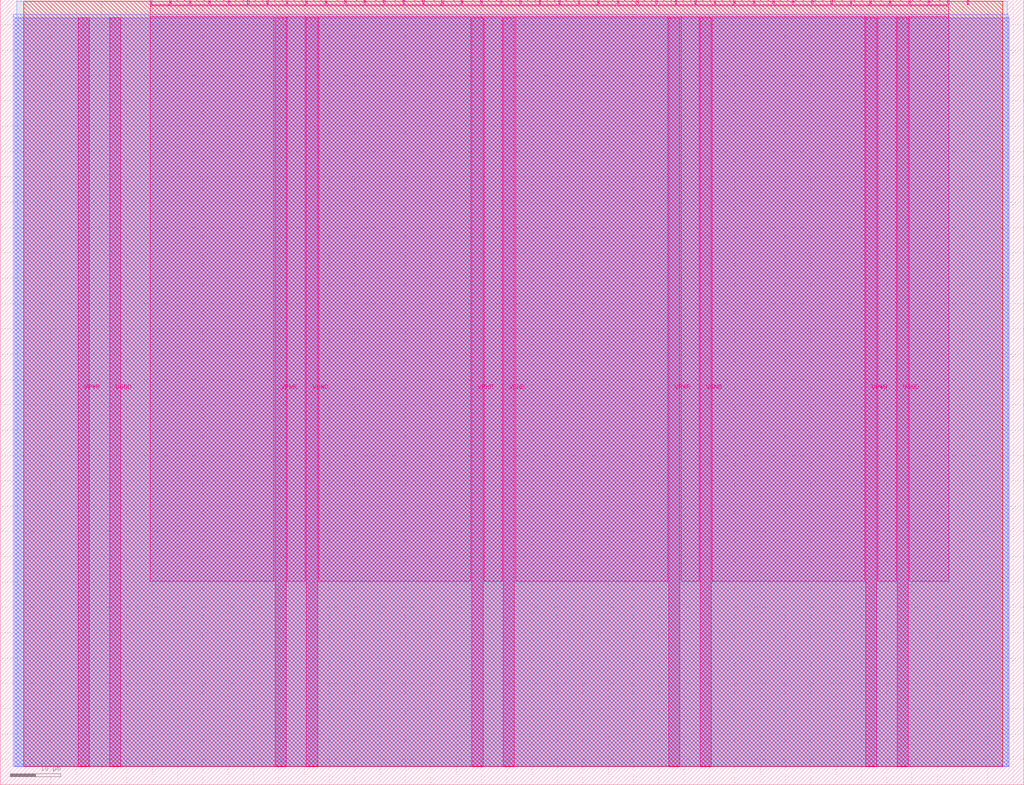
<source format=lef>
VERSION 5.7 ;
  NOWIREEXTENSIONATPIN ON ;
  DIVIDERCHAR "/" ;
  BUSBITCHARS "[]" ;
MACRO tt_um_rebeccargb_hardware_utf8
  CLASS BLOCK ;
  FOREIGN tt_um_rebeccargb_hardware_utf8 ;
  ORIGIN 0.000 0.000 ;
  SIZE 202.080 BY 154.980 ;
  PIN VGND
    DIRECTION INOUT ;
    USE GROUND ;
    PORT
      LAYER Metal5 ;
        RECT 21.580 3.560 23.780 151.420 ;
    END
    PORT
      LAYER Metal5 ;
        RECT 60.450 3.560 62.650 151.420 ;
    END
    PORT
      LAYER Metal5 ;
        RECT 99.320 3.560 101.520 151.420 ;
    END
    PORT
      LAYER Metal5 ;
        RECT 138.190 3.560 140.390 151.420 ;
    END
    PORT
      LAYER Metal5 ;
        RECT 177.060 3.560 179.260 151.420 ;
    END
  END VGND
  PIN VPWR
    DIRECTION INOUT ;
    USE POWER ;
    PORT
      LAYER Metal5 ;
        RECT 15.380 3.560 17.580 151.420 ;
    END
    PORT
      LAYER Metal5 ;
        RECT 54.250 3.560 56.450 151.420 ;
    END
    PORT
      LAYER Metal5 ;
        RECT 93.120 3.560 95.320 151.420 ;
    END
    PORT
      LAYER Metal5 ;
        RECT 131.990 3.560 134.190 151.420 ;
    END
    PORT
      LAYER Metal5 ;
        RECT 170.860 3.560 173.060 151.420 ;
    END
  END VPWR
  PIN clk
    DIRECTION INPUT ;
    USE SIGNAL ;
    ANTENNAGATEAREA 0.213200 ;
    PORT
      LAYER Metal5 ;
        RECT 187.050 153.980 187.350 154.980 ;
    END
  END clk
  PIN ena
    DIRECTION INPUT ;
    USE SIGNAL ;
    PORT
      LAYER Metal5 ;
        RECT 190.890 153.980 191.190 154.980 ;
    END
  END ena
  PIN rst_n
    DIRECTION INPUT ;
    USE SIGNAL ;
    ANTENNAGATEAREA 0.213200 ;
    PORT
      LAYER Metal5 ;
        RECT 183.210 153.980 183.510 154.980 ;
    END
  END rst_n
  PIN ui_in[0]
    DIRECTION INPUT ;
    USE SIGNAL ;
    ANTENNAGATEAREA 0.213200 ;
    PORT
      LAYER Metal5 ;
        RECT 179.370 153.980 179.670 154.980 ;
    END
  END ui_in[0]
  PIN ui_in[1]
    DIRECTION INPUT ;
    USE SIGNAL ;
    ANTENNAGATEAREA 0.213200 ;
    PORT
      LAYER Metal5 ;
        RECT 175.530 153.980 175.830 154.980 ;
    END
  END ui_in[1]
  PIN ui_in[2]
    DIRECTION INPUT ;
    USE SIGNAL ;
    ANTENNAGATEAREA 0.213200 ;
    PORT
      LAYER Metal5 ;
        RECT 171.690 153.980 171.990 154.980 ;
    END
  END ui_in[2]
  PIN ui_in[3]
    DIRECTION INPUT ;
    USE SIGNAL ;
    ANTENNAGATEAREA 0.213200 ;
    PORT
      LAYER Metal5 ;
        RECT 167.850 153.980 168.150 154.980 ;
    END
  END ui_in[3]
  PIN ui_in[4]
    DIRECTION INPUT ;
    USE SIGNAL ;
    ANTENNAGATEAREA 0.314600 ;
    PORT
      LAYER Metal5 ;
        RECT 164.010 153.980 164.310 154.980 ;
    END
  END ui_in[4]
  PIN ui_in[5]
    DIRECTION INPUT ;
    USE SIGNAL ;
    ANTENNAGATEAREA 0.314600 ;
    PORT
      LAYER Metal5 ;
        RECT 160.170 153.980 160.470 154.980 ;
    END
  END ui_in[5]
  PIN ui_in[6]
    DIRECTION INPUT ;
    USE SIGNAL ;
    ANTENNAGATEAREA 0.213200 ;
    PORT
      LAYER Metal5 ;
        RECT 156.330 153.980 156.630 154.980 ;
    END
  END ui_in[6]
  PIN ui_in[7]
    DIRECTION INPUT ;
    USE SIGNAL ;
    ANTENNAGATEAREA 0.213200 ;
    PORT
      LAYER Metal5 ;
        RECT 152.490 153.980 152.790 154.980 ;
    END
  END ui_in[7]
  PIN uio_in[0]
    DIRECTION INPUT ;
    USE SIGNAL ;
    ANTENNAGATEAREA 0.180700 ;
    PORT
      LAYER Metal5 ;
        RECT 148.650 153.980 148.950 154.980 ;
    END
  END uio_in[0]
  PIN uio_in[1]
    DIRECTION INPUT ;
    USE SIGNAL ;
    ANTENNAGATEAREA 0.180700 ;
    PORT
      LAYER Metal5 ;
        RECT 144.810 153.980 145.110 154.980 ;
    END
  END uio_in[1]
  PIN uio_in[2]
    DIRECTION INPUT ;
    USE SIGNAL ;
    ANTENNAGATEAREA 0.180700 ;
    PORT
      LAYER Metal5 ;
        RECT 140.970 153.980 141.270 154.980 ;
    END
  END uio_in[2]
  PIN uio_in[3]
    DIRECTION INPUT ;
    USE SIGNAL ;
    ANTENNAGATEAREA 0.180700 ;
    PORT
      LAYER Metal5 ;
        RECT 137.130 153.980 137.430 154.980 ;
    END
  END uio_in[3]
  PIN uio_in[4]
    DIRECTION INPUT ;
    USE SIGNAL ;
    ANTENNAGATEAREA 0.213200 ;
    PORT
      LAYER Metal5 ;
        RECT 133.290 153.980 133.590 154.980 ;
    END
  END uio_in[4]
  PIN uio_in[5]
    DIRECTION INPUT ;
    USE SIGNAL ;
    ANTENNAGATEAREA 0.180700 ;
    PORT
      LAYER Metal5 ;
        RECT 129.450 153.980 129.750 154.980 ;
    END
  END uio_in[5]
  PIN uio_in[6]
    DIRECTION INPUT ;
    USE SIGNAL ;
    ANTENNAGATEAREA 0.180700 ;
    PORT
      LAYER Metal5 ;
        RECT 125.610 153.980 125.910 154.980 ;
    END
  END uio_in[6]
  PIN uio_in[7]
    DIRECTION INPUT ;
    USE SIGNAL ;
    ANTENNAGATEAREA 0.213200 ;
    PORT
      LAYER Metal5 ;
        RECT 121.770 153.980 122.070 154.980 ;
    END
  END uio_in[7]
  PIN uio_oe[0]
    DIRECTION OUTPUT ;
    USE SIGNAL ;
    ANTENNADIFFAREA 0.654800 ;
    PORT
      LAYER Metal5 ;
        RECT 56.490 153.980 56.790 154.980 ;
    END
  END uio_oe[0]
  PIN uio_oe[1]
    DIRECTION OUTPUT ;
    USE SIGNAL ;
    ANTENNADIFFAREA 0.654800 ;
    PORT
      LAYER Metal5 ;
        RECT 52.650 153.980 52.950 154.980 ;
    END
  END uio_oe[1]
  PIN uio_oe[2]
    DIRECTION OUTPUT ;
    USE SIGNAL ;
    ANTENNADIFFAREA 0.654800 ;
    PORT
      LAYER Metal5 ;
        RECT 48.810 153.980 49.110 154.980 ;
    END
  END uio_oe[2]
  PIN uio_oe[3]
    DIRECTION OUTPUT ;
    USE SIGNAL ;
    ANTENNADIFFAREA 0.654800 ;
    PORT
      LAYER Metal5 ;
        RECT 44.970 153.980 45.270 154.980 ;
    END
  END uio_oe[3]
  PIN uio_oe[4]
    DIRECTION OUTPUT ;
    USE SIGNAL ;
    ANTENNADIFFAREA 0.654800 ;
    PORT
      LAYER Metal5 ;
        RECT 41.130 153.980 41.430 154.980 ;
    END
  END uio_oe[4]
  PIN uio_oe[5]
    DIRECTION OUTPUT ;
    USE SIGNAL ;
    ANTENNADIFFAREA 0.654800 ;
    PORT
      LAYER Metal5 ;
        RECT 37.290 153.980 37.590 154.980 ;
    END
  END uio_oe[5]
  PIN uio_oe[6]
    DIRECTION OUTPUT ;
    USE SIGNAL ;
    ANTENNADIFFAREA 0.654800 ;
    PORT
      LAYER Metal5 ;
        RECT 33.450 153.980 33.750 154.980 ;
    END
  END uio_oe[6]
  PIN uio_oe[7]
    DIRECTION OUTPUT ;
    USE SIGNAL ;
    ANTENNADIFFAREA 0.654800 ;
    PORT
      LAYER Metal5 ;
        RECT 29.610 153.980 29.910 154.980 ;
    END
  END uio_oe[7]
  PIN uio_out[0]
    DIRECTION OUTPUT ;
    USE SIGNAL ;
    ANTENNAGATEAREA 0.109200 ;
    ANTENNADIFFAREA 0.632400 ;
    PORT
      LAYER Metal5 ;
        RECT 87.210 153.980 87.510 154.980 ;
    END
  END uio_out[0]
  PIN uio_out[1]
    DIRECTION OUTPUT ;
    USE SIGNAL ;
    ANTENNAGATEAREA 0.109200 ;
    ANTENNADIFFAREA 0.632400 ;
    PORT
      LAYER Metal5 ;
        RECT 83.370 153.980 83.670 154.980 ;
    END
  END uio_out[1]
  PIN uio_out[2]
    DIRECTION OUTPUT ;
    USE SIGNAL ;
    ANTENNAGATEAREA 0.109200 ;
    ANTENNADIFFAREA 0.632400 ;
    PORT
      LAYER Metal5 ;
        RECT 79.530 153.980 79.830 154.980 ;
    END
  END uio_out[2]
  PIN uio_out[3]
    DIRECTION OUTPUT ;
    USE SIGNAL ;
    ANTENNAGATEAREA 0.109200 ;
    ANTENNADIFFAREA 0.632400 ;
    PORT
      LAYER Metal5 ;
        RECT 75.690 153.980 75.990 154.980 ;
    END
  END uio_out[3]
  PIN uio_out[4]
    DIRECTION OUTPUT ;
    USE SIGNAL ;
    ANTENNAGATEAREA 0.109200 ;
    ANTENNADIFFAREA 0.632400 ;
    PORT
      LAYER Metal5 ;
        RECT 71.850 153.980 72.150 154.980 ;
    END
  END uio_out[4]
  PIN uio_out[5]
    DIRECTION OUTPUT ;
    USE SIGNAL ;
    ANTENNAGATEAREA 0.109200 ;
    ANTENNADIFFAREA 0.632400 ;
    PORT
      LAYER Metal5 ;
        RECT 68.010 153.980 68.310 154.980 ;
    END
  END uio_out[5]
  PIN uio_out[6]
    DIRECTION OUTPUT ;
    USE SIGNAL ;
    ANTENNAGATEAREA 0.109200 ;
    ANTENNADIFFAREA 0.632400 ;
    PORT
      LAYER Metal5 ;
        RECT 64.170 153.980 64.470 154.980 ;
    END
  END uio_out[6]
  PIN uio_out[7]
    DIRECTION OUTPUT ;
    USE SIGNAL ;
    ANTENNAGATEAREA 0.109200 ;
    ANTENNADIFFAREA 0.632400 ;
    PORT
      LAYER Metal5 ;
        RECT 60.330 153.980 60.630 154.980 ;
    END
  END uio_out[7]
  PIN uo_out[0]
    DIRECTION OUTPUT ;
    USE SIGNAL ;
    ANTENNADIFFAREA 0.677200 ;
    PORT
      LAYER Metal5 ;
        RECT 117.930 153.980 118.230 154.980 ;
    END
  END uo_out[0]
  PIN uo_out[1]
    DIRECTION OUTPUT ;
    USE SIGNAL ;
    ANTENNADIFFAREA 0.677200 ;
    PORT
      LAYER Metal5 ;
        RECT 114.090 153.980 114.390 154.980 ;
    END
  END uo_out[1]
  PIN uo_out[2]
    DIRECTION OUTPUT ;
    USE SIGNAL ;
    ANTENNADIFFAREA 1.124800 ;
    PORT
      LAYER Metal5 ;
        RECT 110.250 153.980 110.550 154.980 ;
    END
  END uo_out[2]
  PIN uo_out[3]
    DIRECTION OUTPUT ;
    USE SIGNAL ;
    ANTENNADIFFAREA 0.677200 ;
    PORT
      LAYER Metal5 ;
        RECT 106.410 153.980 106.710 154.980 ;
    END
  END uo_out[3]
  PIN uo_out[4]
    DIRECTION OUTPUT ;
    USE SIGNAL ;
    ANTENNADIFFAREA 0.677200 ;
    PORT
      LAYER Metal5 ;
        RECT 102.570 153.980 102.870 154.980 ;
    END
  END uo_out[4]
  PIN uo_out[5]
    DIRECTION OUTPUT ;
    USE SIGNAL ;
    ANTENNADIFFAREA 1.146800 ;
    PORT
      LAYER Metal5 ;
        RECT 98.730 153.980 99.030 154.980 ;
    END
  END uo_out[5]
  PIN uo_out[6]
    DIRECTION OUTPUT ;
    USE SIGNAL ;
    ANTENNADIFFAREA 0.677200 ;
    PORT
      LAYER Metal5 ;
        RECT 94.890 153.980 95.190 154.980 ;
    END
  END uo_out[6]
  PIN uo_out[7]
    DIRECTION OUTPUT ;
    USE SIGNAL ;
    ANTENNADIFFAREA 0.988000 ;
    PORT
      LAYER Metal5 ;
        RECT 91.050 153.980 91.350 154.980 ;
    END
  END uo_out[7]
  OBS
      LAYER GatPoly ;
        RECT 2.880 3.630 199.200 151.350 ;
      LAYER Metal1 ;
        RECT 2.880 3.560 199.200 151.420 ;
      LAYER Metal2 ;
        RECT 2.605 3.680 198.995 152.140 ;
      LAYER Metal3 ;
        RECT 3.260 3.635 198.820 154.705 ;
      LAYER Metal4 ;
        RECT 4.655 3.680 197.905 154.660 ;
      LAYER Metal5 ;
        RECT 30.120 153.770 33.240 153.980 ;
        RECT 33.960 153.770 37.080 153.980 ;
        RECT 37.800 153.770 40.920 153.980 ;
        RECT 41.640 153.770 44.760 153.980 ;
        RECT 45.480 153.770 48.600 153.980 ;
        RECT 49.320 153.770 52.440 153.980 ;
        RECT 53.160 153.770 56.280 153.980 ;
        RECT 57.000 153.770 60.120 153.980 ;
        RECT 60.840 153.770 63.960 153.980 ;
        RECT 64.680 153.770 67.800 153.980 ;
        RECT 68.520 153.770 71.640 153.980 ;
        RECT 72.360 153.770 75.480 153.980 ;
        RECT 76.200 153.770 79.320 153.980 ;
        RECT 80.040 153.770 83.160 153.980 ;
        RECT 83.880 153.770 87.000 153.980 ;
        RECT 87.720 153.770 90.840 153.980 ;
        RECT 91.560 153.770 94.680 153.980 ;
        RECT 95.400 153.770 98.520 153.980 ;
        RECT 99.240 153.770 102.360 153.980 ;
        RECT 103.080 153.770 106.200 153.980 ;
        RECT 106.920 153.770 110.040 153.980 ;
        RECT 110.760 153.770 113.880 153.980 ;
        RECT 114.600 153.770 117.720 153.980 ;
        RECT 118.440 153.770 121.560 153.980 ;
        RECT 122.280 153.770 125.400 153.980 ;
        RECT 126.120 153.770 129.240 153.980 ;
        RECT 129.960 153.770 133.080 153.980 ;
        RECT 133.800 153.770 136.920 153.980 ;
        RECT 137.640 153.770 140.760 153.980 ;
        RECT 141.480 153.770 144.600 153.980 ;
        RECT 145.320 153.770 148.440 153.980 ;
        RECT 149.160 153.770 152.280 153.980 ;
        RECT 153.000 153.770 156.120 153.980 ;
        RECT 156.840 153.770 159.960 153.980 ;
        RECT 160.680 153.770 163.800 153.980 ;
        RECT 164.520 153.770 167.640 153.980 ;
        RECT 168.360 153.770 171.480 153.980 ;
        RECT 172.200 153.770 175.320 153.980 ;
        RECT 176.040 153.770 179.160 153.980 ;
        RECT 179.880 153.770 183.000 153.980 ;
        RECT 183.720 153.770 186.840 153.980 ;
        RECT 29.660 151.630 187.300 153.770 ;
        RECT 29.660 40.175 54.040 151.630 ;
        RECT 56.660 40.175 60.240 151.630 ;
        RECT 62.860 40.175 92.910 151.630 ;
        RECT 95.530 40.175 99.110 151.630 ;
        RECT 101.730 40.175 131.780 151.630 ;
        RECT 134.400 40.175 137.980 151.630 ;
        RECT 140.600 40.175 170.650 151.630 ;
        RECT 173.270 40.175 176.850 151.630 ;
        RECT 179.470 40.175 187.300 151.630 ;
  END
END tt_um_rebeccargb_hardware_utf8
END LIBRARY


</source>
